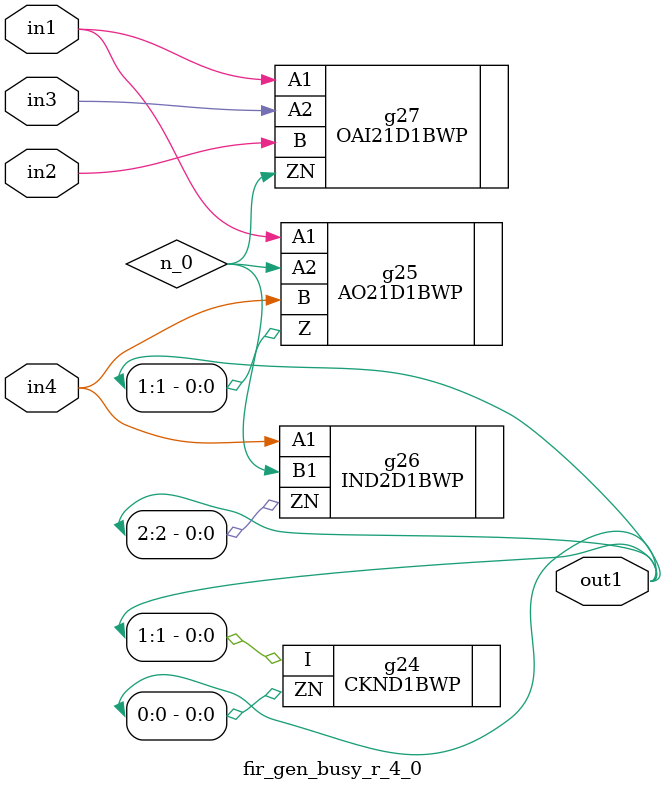
<source format=v>
`timescale 1ps / 1ps


module fir_gen_busy_r_4_0(in1, in2, in3, in4, out1);
  input in1, in2, in3, in4;
  output [2:0] out1;
  wire in1, in2, in3, in4;
  wire [2:0] out1;
  wire n_0;
  CKND1BWP g24(.I (out1[1]), .ZN (out1[0]));
  AO21D1BWP g25(.A1 (in1), .A2 (n_0), .B (in4), .Z (out1[1]));
  IND2D1BWP g26(.A1 (in4), .B1 (n_0), .ZN (out1[2]));
  OAI21D1BWP g27(.A1 (in1), .A2 (in3), .B (in2), .ZN (n_0));
endmodule



</source>
